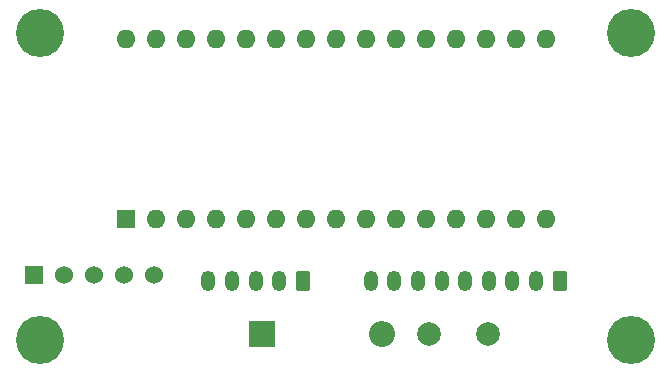
<source format=gts>
G04 #@! TF.GenerationSoftware,KiCad,Pcbnew,7.0.7-7.0.7~ubuntu20.04.1*
G04 #@! TF.CreationDate,2023-10-03T21:57:07+02:00*
G04 #@! TF.ProjectId,msx-joydolphin-v1,6d73782d-6a6f-4796-946f-6c7068696e2d,v1*
G04 #@! TF.SameCoordinates,Original*
G04 #@! TF.FileFunction,Soldermask,Top*
G04 #@! TF.FilePolarity,Negative*
%FSLAX46Y46*%
G04 Gerber Fmt 4.6, Leading zero omitted, Abs format (unit mm)*
G04 Created by KiCad (PCBNEW 7.0.7-7.0.7~ubuntu20.04.1) date 2023-10-03 21:57:07*
%MOMM*%
%LPD*%
G01*
G04 APERTURE LIST*
G04 Aperture macros list*
%AMRoundRect*
0 Rectangle with rounded corners*
0 $1 Rounding radius*
0 $2 $3 $4 $5 $6 $7 $8 $9 X,Y pos of 4 corners*
0 Add a 4 corners polygon primitive as box body*
4,1,4,$2,$3,$4,$5,$6,$7,$8,$9,$2,$3,0*
0 Add four circle primitives for the rounded corners*
1,1,$1+$1,$2,$3*
1,1,$1+$1,$4,$5*
1,1,$1+$1,$6,$7*
1,1,$1+$1,$8,$9*
0 Add four rect primitives between the rounded corners*
20,1,$1+$1,$2,$3,$4,$5,0*
20,1,$1+$1,$4,$5,$6,$7,0*
20,1,$1+$1,$6,$7,$8,$9,0*
20,1,$1+$1,$8,$9,$2,$3,0*%
G04 Aperture macros list end*
%ADD10RoundRect,0.250000X0.350000X0.625000X-0.350000X0.625000X-0.350000X-0.625000X0.350000X-0.625000X0*%
%ADD11O,1.200000X1.750000*%
%ADD12R,2.200000X2.200000*%
%ADD13O,2.200000X2.200000*%
%ADD14R,1.600000X1.600000*%
%ADD15O,1.600000X1.600000*%
%ADD16C,4.064000*%
%ADD17C,2.000000*%
%ADD18R,1.524000X1.524000*%
%ADD19C,1.524000*%
G04 APERTURE END LIST*
D10*
X66750000Y-60500000D03*
D11*
X64750000Y-60500000D03*
X62750000Y-60500000D03*
X60750000Y-60500000D03*
X58750000Y-60500000D03*
D12*
X63340000Y-65000000D03*
D13*
X73500000Y-65000000D03*
D14*
X51760000Y-55240000D03*
D15*
X54300000Y-55240000D03*
X56840000Y-55240000D03*
X59380000Y-55240000D03*
X61920000Y-55240000D03*
X64460000Y-55240000D03*
X67000000Y-55240000D03*
X69540000Y-55240000D03*
X72080000Y-55240000D03*
X74620000Y-55240000D03*
X77160000Y-55240000D03*
X79700000Y-55240000D03*
X82240000Y-55240000D03*
X84780000Y-55240000D03*
X87320000Y-55240000D03*
X87320000Y-40000000D03*
X84780000Y-40000000D03*
X82240000Y-40000000D03*
X79700000Y-40000000D03*
X77160000Y-40000000D03*
X74620000Y-40000000D03*
X72080000Y-40000000D03*
X69540000Y-40000000D03*
X67000000Y-40000000D03*
X64460000Y-40000000D03*
X61920000Y-40000000D03*
X59380000Y-40000000D03*
X56840000Y-40000000D03*
X54300000Y-40000000D03*
X51760000Y-40000000D03*
D16*
X44500000Y-65500000D03*
X94500000Y-39500000D03*
D10*
X88500000Y-60500000D03*
D11*
X86500000Y-60500000D03*
X84500000Y-60500000D03*
X82500000Y-60500000D03*
X80500000Y-60500000D03*
X78500000Y-60500000D03*
X76500000Y-60500000D03*
X74500000Y-60500000D03*
X72500000Y-60500000D03*
D17*
X82420000Y-65000000D03*
X77420000Y-65000000D03*
D16*
X44500000Y-39500000D03*
X94500000Y-65500000D03*
D18*
X44000000Y-60000000D03*
D19*
X46540000Y-60000000D03*
X49080000Y-60000000D03*
X51620000Y-60000000D03*
X54160000Y-60000000D03*
M02*

</source>
